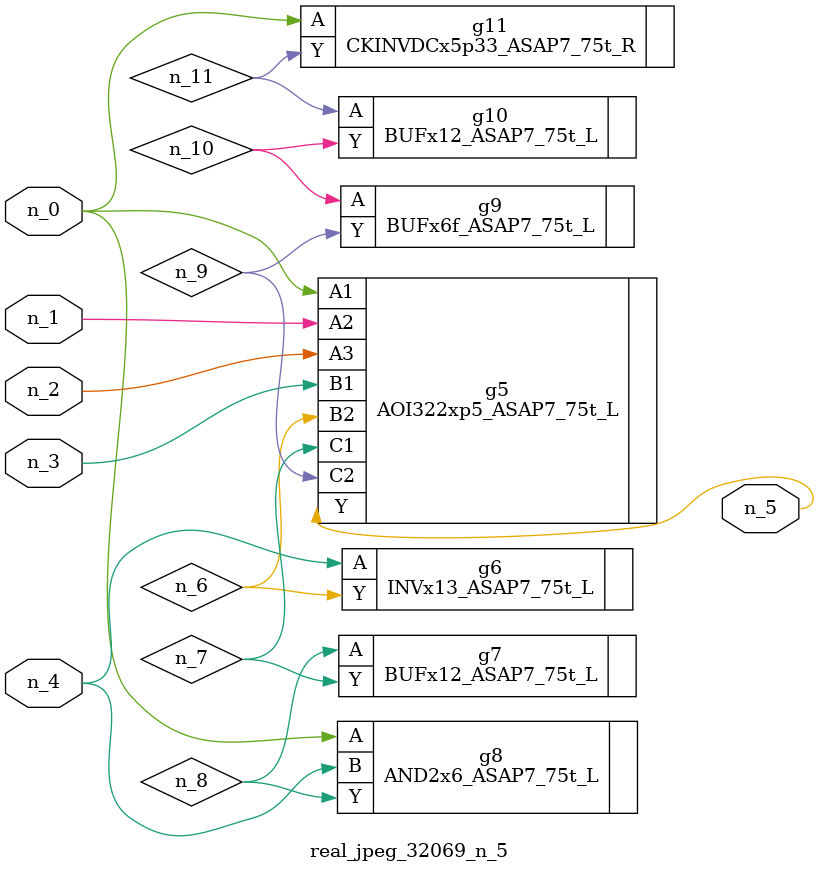
<source format=v>
module real_jpeg_32069_n_5 (n_4, n_0, n_1, n_2, n_3, n_5);

input n_4;
input n_0;
input n_1;
input n_2;
input n_3;

output n_5;

wire n_8;
wire n_11;
wire n_6;
wire n_7;
wire n_10;
wire n_9;

AOI322xp5_ASAP7_75t_L g5 ( 
.A1(n_0),
.A2(n_1),
.A3(n_2),
.B1(n_3),
.B2(n_6),
.C1(n_7),
.C2(n_9),
.Y(n_5)
);

AND2x6_ASAP7_75t_L g8 ( 
.A(n_0),
.B(n_4),
.Y(n_8)
);

CKINVDCx5p33_ASAP7_75t_R g11 ( 
.A(n_0),
.Y(n_11)
);

INVx13_ASAP7_75t_L g6 ( 
.A(n_4),
.Y(n_6)
);

BUFx12_ASAP7_75t_L g7 ( 
.A(n_8),
.Y(n_7)
);

BUFx6f_ASAP7_75t_L g9 ( 
.A(n_10),
.Y(n_9)
);

BUFx12_ASAP7_75t_L g10 ( 
.A(n_11),
.Y(n_10)
);


endmodule
</source>
